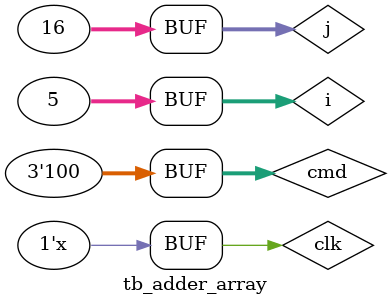
<source format=v>
`timescale 1ns / 1ps


module tb_adder_array();

    //for my ip
    reg [2:0] cmd;
    reg [31:0] ain[3:0];
    reg [31:0] bin[3:0];
    reg clk;
    wire [31:0] dout[3:0];
    wire [3:0] overflow;
    
    //for test
    integer i, j;
    //random test vector generation
    initial begin
        clk<=0;
        
        for(i=0; i<=4; i=i+1) begin
            cmd = i;
            for(j=0; j<16; j=j+1) begin
                ain[0] = $urandom%(2**31);
                ain[1] = $urandom%(2**31);
                ain[2] = $urandom%(2**31);
                ain[3] = $urandom%(2**31);
                bin[0] = $urandom%(2**31);
                bin[1] = $urandom%(2**31);
                bin[2] = $urandom%(2**31);
                bin[3] = $urandom%(2**31);
                #10;
            end
        end
    end
    
    always #5 clk = ~clk;
    
    adder_array UUT_adder_array(
        .cmd(cmd),
        .ain0(ain[0]),
        .ain1(ain[1]),
        .ain2(ain[2]),
        .ain3(ain[3]),
        .bin0(bin[0]),
        .bin1(bin[1]),
        .bin2(bin[2]),
        .bin3(bin[3]),
        .dout0(dout[0]),
        .dout1(dout[1]),
        .dout2(dout[2]),
        .dout3(dout[3]),
        .overflow(overflow)
    );
        
endmodule

</source>
